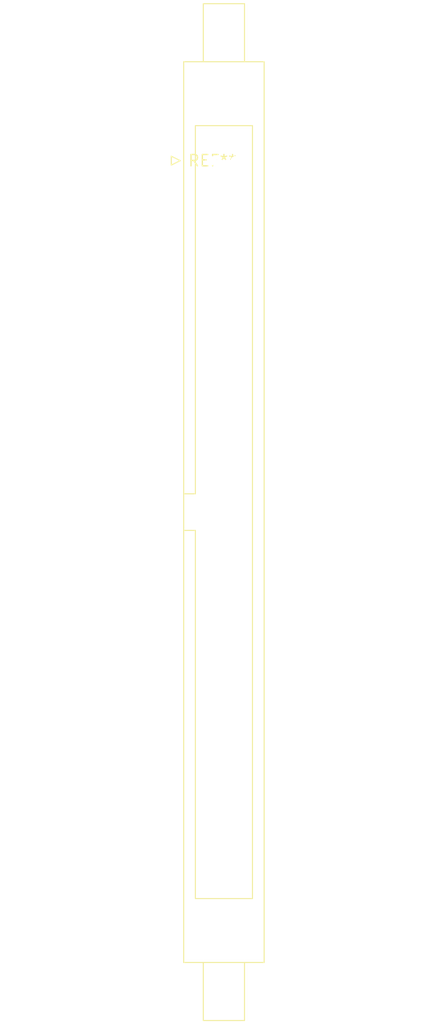
<source format=kicad_pcb>
(kicad_pcb (version 20240108) (generator pcbnew)
  (layers (0 "F.Cu" signal) (31 "B.Cu" signal) (34 "B.Paste" user) (35 "F.Paste" user) (36 "B.SilkS" user "B.Silkscreen") (37 "F.SilkS" user "F.Silkscreen") (38 "B.Mask" user) (39 "F.Mask" user) (44 "Edge.Cuts" user))
  (net 0 "")
  (footprint "IDC-Header_2x32_P2.54mm_Latch6.5mm_Vertical" (layer "F.Cu") (at 0 0)
    (property "Reference" "REF**")
    (property "Value" "IDC-Header_2x32_P2.54mm_Latch6.5mm_Vertical")
    (fp_line (start -4.63 -0.5) (end -4.63 0.5) (layer "F.SilkS") (stroke (width 0.12)))
    (fp_line (start -4.63 0.5) (end -3.63 0) (layer "F.SilkS") (stroke (width 0.12)))
    (fp_line (start -3.63 0) (end -4.63 -0.5) (layer "F.SilkS") (stroke (width 0.12)))
    (fp_line (start -3.24 -11.08) (end 5.78 -11.08) (layer "F.SilkS") (stroke (width 0.12)))
    (fp_line (start -3.24 37.32) (end -1.93 37.32) (layer "F.SilkS") (stroke (width 0.12)))
    (fp_line (start -3.24 89.82) (end -3.24 -11.08) (layer "F.SilkS") (stroke (width 0.12)))
    (fp_line (start -1.93 -3.92) (end 4.47 -3.92) (layer "F.SilkS") (stroke (width 0.12)))
    (fp_line (start -1.93 37.32) (end -1.93 -3.92) (layer "F.SilkS") (stroke (width 0.12)))
    (fp_line (start -1.93 41.42) (end -3.24 41.42) (layer "F.SilkS") (stroke (width 0.12)))
    (fp_line (start -1.93 41.42) (end -1.93 41.42) (layer "F.SilkS") (stroke (width 0.12)))
    (fp_line (start -1.93 82.66) (end -1.93 41.42) (layer "F.SilkS") (stroke (width 0.12)))
    (fp_line (start -1.04 -17.58) (end 3.58 -17.58) (layer "F.SilkS") (stroke (width 0.12)))
    (fp_line (start -1.04 -11.08) (end -1.04 -17.58) (layer "F.SilkS") (stroke (width 0.12)))
    (fp_line (start -1.04 89.82) (end -1.04 96.32) (layer "F.SilkS") (stroke (width 0.12)))
    (fp_line (start -1.04 96.32) (end 3.58 96.32) (layer "F.SilkS") (stroke (width 0.12)))
    (fp_line (start 3.58 -17.58) (end 3.58 -11.08) (layer "F.SilkS") (stroke (width 0.12)))
    (fp_line (start 3.58 96.32) (end 3.58 89.82) (layer "F.SilkS") (stroke (width 0.12)))
    (fp_line (start 4.47 -3.92) (end 4.47 82.66) (layer "F.SilkS") (stroke (width 0.12)))
    (fp_line (start 4.47 82.66) (end -1.93 82.66) (layer "F.SilkS") (stroke (width 0.12)))
    (fp_line (start 5.78 -11.08) (end 5.78 89.82) (layer "F.SilkS") (stroke (width 0.12)))
    (fp_line (start 5.78 89.82) (end -3.24 89.82) (layer "F.SilkS") (stroke (width 0.12)))
    (pad "1" thru_hole roundrect (at 0 0) (size 1.7 1.7) (drill 1) (layers *.Cu *.Mask) (remove_unused_layers) (roundrect_rratio 0.147059))
    (pad "2" thru_hole circle (at 2.54 0) (size 1.7 1.7) (drill 1) (layers *.Cu *.Mask) (remove_unused_layers))
    (pad "3" thru_hole circle (at 0 2.54) (size 1.7 1.7) (drill 1) (layers *.Cu *.Mask) (remove_unused_layers))
    (pad "4" thru_hole circle (at 2.54 2.54) (size 1.7 1.7) (drill 1) (layers *.Cu *.Mask) (remove_unused_layers))
    (pad "5" thru_hole circle (at 0 5.08) (size 1.7 1.7) (drill 1) (layers *.Cu *.Mask) (remove_unused_layers))
    (pad "6" thru_hole circle (at 2.54 5.08) (size 1.7 1.7) (drill 1) (layers *.Cu *.Mask) (remove_unused_layers))
    (pad "7" thru_hole circle (at 0 7.62) (size 1.7 1.7) (drill 1) (layers *.Cu *.Mask) (remove_unused_layers))
    (pad "8" thru_hole circle (at 2.54 7.62) (size 1.7 1.7) (drill 1) (layers *.Cu *.Mask) (remove_unused_layers))
    (pad "9" thru_hole circle (at 0 10.16) (size 1.7 1.7) (drill 1) (layers *.Cu *.Mask) (remove_unused_layers))
    (pad "10" thru_hole circle (at 2.54 10.16) (size 1.7 1.7) (drill 1) (layers *.Cu *.Mask) (remove_unused_layers))
    (pad "11" thru_hole circle (at 0 12.7) (size 1.7 1.7) (drill 1) (layers *.Cu *.Mask) (remove_unused_layers))
    (pad "12" thru_hole circle (at 2.54 12.7) (size 1.7 1.7) (drill 1) (layers *.Cu *.Mask) (remove_unused_layers))
    (pad "13" thru_hole circle (at 0 15.24) (size 1.7 1.7) (drill 1) (layers *.Cu *.Mask) (remove_unused_layers))
    (pad "14" thru_hole circle (at 2.54 15.24) (size 1.7 1.7) (drill 1) (layers *.Cu *.Mask) (remove_unused_layers))
    (pad "15" thru_hole circle (at 0 17.78) (size 1.7 1.7) (drill 1) (layers *.Cu *.Mask) (remove_unused_layers))
    (pad "16" thru_hole circle (at 2.54 17.78) (size 1.7 1.7) (drill 1) (layers *.Cu *.Mask) (remove_unused_layers))
    (pad "17" thru_hole circle (at 0 20.32) (size 1.7 1.7) (drill 1) (layers *.Cu *.Mask) (remove_unused_layers))
    (pad "18" thru_hole circle (at 2.54 20.32) (size 1.7 1.7) (drill 1) (layers *.Cu *.Mask) (remove_unused_layers))
    (pad "19" thru_hole circle (at 0 22.86) (size 1.7 1.7) (drill 1) (layers *.Cu *.Mask) (remove_unused_layers))
    (pad "20" thru_hole circle (at 2.54 22.86) (size 1.7 1.7) (drill 1) (layers *.Cu *.Mask) (remove_unused_layers))
    (pad "21" thru_hole circle (at 0 25.4) (size 1.7 1.7) (drill 1) (layers *.Cu *.Mask) (remove_unused_layers))
    (pad "22" thru_hole circle (at 2.54 25.4) (size 1.7 1.7) (drill 1) (layers *.Cu *.Mask) (remove_unused_layers))
    (pad "23" thru_hole circle (at 0 27.94) (size 1.7 1.7) (drill 1) (layers *.Cu *.Mask) (remove_unused_layers))
    (pad "24" thru_hole circle (at 2.54 27.94) (size 1.7 1.7) (drill 1) (layers *.Cu *.Mask) (remove_unused_layers))
    (pad "25" thru_hole circle (at 0 30.48) (size 1.7 1.7) (drill 1) (layers *.Cu *.Mask) (remove_unused_layers))
    (pad "26" thru_hole circle (at 2.54 30.48) (size 1.7 1.7) (drill 1) (layers *.Cu *.Mask) (remove_unused_layers))
    (pad "27" thru_hole circle (at 0 33.02) (size 1.7 1.7) (drill 1) (layers *.Cu *.Mask) (remove_unused_layers))
    (pad "28" thru_hole circle (at 2.54 33.02) (size 1.7 1.7) (drill 1) (layers *.Cu *.Mask) (remove_unused_layers))
    (pad "29" thru_hole circle (at 0 35.56) (size 1.7 1.7) (drill 1) (layers *.Cu *.Mask) (remove_unused_layers))
    (pad "30" thru_hole circle (at 2.54 35.56) (size 1.7 1.7) (drill 1) (layers *.Cu *.Mask) (remove_unused_layers))
    (pad "31" thru_hole circle (at 0 38.1) (size 1.7 1.7) (drill 1) (layers *.Cu *.Mask) (remove_unused_layers))
    (pad "32" thru_hole circle (at 2.54 38.1) (size 1.7 1.7) (drill 1) (layers *.Cu *.Mask) (remove_unused_layers))
    (pad "33" thru_hole circle (at 0 40.64) (size 1.7 1.7) (drill 1) (layers *.Cu *.Mask) (remove_unused_layers))
    (pad "34" thru_hole circle (at 2.54 40.64) (size 1.7 1.7) (drill 1) (layers *.Cu *.Mask) (remove_unused_layers))
    (pad "35" thru_hole circle (at 0 43.18) (size 1.7 1.7) (drill 1) (layers *.Cu *.Mask) (remove_unused_layers))
    (pad "36" thru_hole circle (at 2.54 43.18) (size 1.7 1.7) (drill 1) (layers *.Cu *.Mask) (remove_unused_layers))
    (pad "37" thru_hole circle (at 0 45.72) (size 1.7 1.7) (drill 1) (layers *.Cu *.Mask) (remove_unused_layers))
    (pad "38" thru_hole circle (at 2.54 45.72) (size 1.7 1.7) (drill 1) (layers *.Cu *.Mask) (remove_unused_layers))
    (pad "39" thru_hole circle (at 0 48.26) (size 1.7 1.7) (drill 1) (layers *.Cu *.Mask) (remove_unused_layers))
    (pad "40" thru_hole circle (at 2.54 48.26) (size 1.7 1.7) (drill 1) (layers *.Cu *.Mask) (remove_unused_layers))
    (pad "41" thru_hole circle (at 0 50.8) (size 1.7 1.7) (drill 1) (layers *.Cu *.Mask) (remove_unused_layers))
    (pad "42" thru_hole circle (at 2.54 50.8) (size 1.7 1.7) (drill 1) (layers *.Cu *.Mask) (remove_unused_layers))
    (pad "43" thru_hole circle (at 0 53.34) (size 1.7 1.7) (drill 1) (layers *.Cu *.Mask) (remove_unused_layers))
    (pad "44" thru_hole circle (at 2.54 53.34) (size 1.7 1.7) (drill 1) (layers *.Cu *.Mask) (remove_unused_layers))
    (pad "45" thru_hole circle (at 0 55.88) (size 1.7 1.7) (drill 1) (layers *.Cu *.Mask) (remove_unused_layers))
    (pad "46" thru_hole circle (at 2.54 55.88) (size 1.7 1.7) (drill 1) (layers *.Cu *.Mask) (remove_unused_layers))
    (pad "47" thru_hole circle (at 0 58.42) (size 1.7 1.7) (drill 1) (layers *.Cu *.Mask) (remove_unused_layers))
    (pad "48" thru_hole circle (at 2.54 58.42) (size 1.7 1.7) (drill 1) (layers *.Cu *.Mask) (remove_unused_layers))
    (pad "49" thru_hole circle (at 0 60.96) (size 1.7 1.7) (drill 1) (layers *.Cu *.Mask) (remove_unused_layers))
    (pad "50" thru_hole circle (at 2.54 60.96) (size 1.7 1.7) (drill 1) (layers *.Cu *.Mask) (remove_unused_layers))
    (pad "51" thru_hole circle (at 0 63.5) (size 1.7 1.7) (drill 1) (layers *.Cu *.Mask) (remove_unused_layers))
    (pad "52" thru_hole circle (at 2.54 63.5) (size 1.7 1.7) (drill 1) (layers *.Cu *.Mask) (remove_unused_layers))
    (pad "53" thru_hole circle (at 0 66.04) (size 1.7 1.7) (drill 1) (layers *.Cu *.Mask) (remove_unused_layers))
    (pad "54" thru_hole circle (at 2.54 66.04) (size 1.7 1.7) (drill 1) (layers *.Cu *.Mask) (remove_unused_layers))
    (pad "55" thru_hole circle (at 0 68.58) (size 1.7 1.7) (drill 1) (layers *.Cu *.Mask) (remove_unused_layers))
    (pad "56" thru_hole circle (at 2.54 68.58) (size 1.7 1.7) (drill 1) (layers *.Cu *.Mask) (remove_unused_layers))
    (pad "57" thru_hole circle (at 0 71.12) (size 1.7 1.7) (drill 1) (layers *.Cu *.Mask) (remove_unused_layers))
    (pad "58" thru_hole circle (at 2.54 71.12) (size 1.7 1.7) (drill 1) (layers *.Cu *.Mask) (remove_unused_layers))
    (pad "59" thru_hole circle (at 0 73.66) (size 1.7 1.7) (drill 1) (layers *.Cu *.Mask) (remove_unused_layers))
    (pad "60" thru_hole circle (at 2.54 73.66) (size 1.7 1.7) (drill 1) (layers *.Cu *.Mask) (remove_unused_layers))
    (pad "61" thru_hole circle (at 0 76.2) (size 1.7 1.7) (drill 1) (layers *.Cu *.Mask) (remove_unused_layers))
    (pad "62" thru_hole circle (at 2.54 76.2) (size 1.7 1.7) (drill 1) (layers *.Cu *.Mask) (remove_unused_layers))
    (pad "63" thru_hole circle (at 0 78.74) (size 1.7 1.7) (drill 1) (layers *.Cu *.Mask) (remove_unused_layers))
    (pad "64" thru_hole circle (at 2.54 78.74) (size 1.7 1.7) (drill 1) (layers *.Cu *.Mask) (remove_unused_layers))
  )
)
</source>
